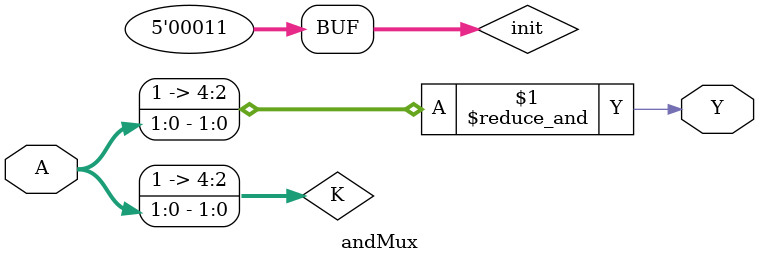
<source format=v>
module andMux(A, Y);
	parameter NUM_INPUTS = 5;
	parameter INIT = 3;
	reg [NUM_INPUTS - 1 : 0] init = INIT;
	
	input wire [NUM_INPUTS - 1 : 0] A;
	output wire Y;
	reg [NUM_INPUTS - 1: 0] K;

	genvar i;
	generate
		for (i = 0; i < NUM_INPUTS; i = i + 1) begin
			always @* begin
				K[i] = init[i] ? A[i] : 1'b1;
			end
		end
	endgenerate

	assign Y = &K;
endmodule

</source>
